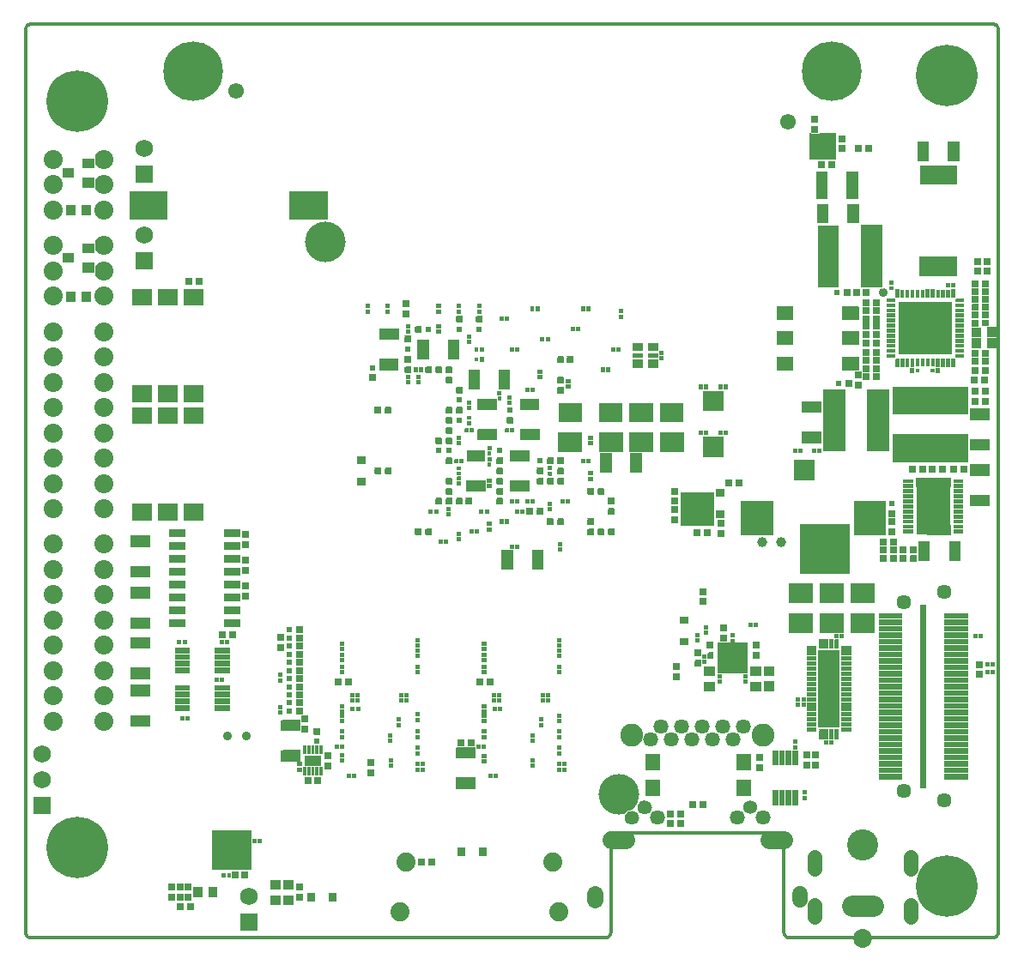
<source format=gbr>
*
%FSLAX26Y26*%
%MOIN*%
%ADD10C,0.051244*%
%ADD11R,0.024000X0.024000*%
%ADD12R,0.021500X0.021500*%
%ADD13R,0.016600X0.016600*%
%ADD14R,0.016550X0.016550*%
%ADD15R,0.044950X0.044950*%
%ADD16R,0.043450X0.043450*%
%ADD17R,0.025200X0.025200*%
%ADD18R,0.023700X0.023700*%
%ADD19R,0.076350X0.076350*%
%ADD20R,0.074850X0.074850*%
%ADD21R,0.015100X0.015100*%
%ADD22R,0.037000X0.037000*%
%ADD23R,0.028500X0.028500*%
%ADD24R,0.035500X0.035500*%
%ADD25R,0.126150X0.126150*%
%ADD26R,0.084350X0.084350*%
%ADD27R,0.082850X0.082850*%
%ADD28R,0.107850X0.107850*%
%ADD29C,0.035500*%
%ADD30R,0.014550X0.014550*%
%ADD31R,0.056700X0.056700*%
%ADD32R,0.015350X0.015350*%
%ADD33R,0.013850X0.013850*%
%ADD34R,0.017300X0.017300*%
%ADD35R,0.029200X0.029200*%
%ADD36R,0.065350X0.065350*%
%ADD37R,0.023200X0.023200*%
%ADD38R,0.037100X0.037100*%
%ADD39R,0.031100X0.031100*%
%ADD40R,0.107950X0.107950*%
%ADD41R,0.052750X0.052750*%
%ADD42C,0.157500*%
%ADD43R,0.067000X0.067000*%
%ADD44R,0.068000X0.068000*%
%ADD45C,0.068000*%
%ADD46R,0.034709X0.034709*%
%ADD47R,0.054700X0.054700*%
%ADD48R,0.043370X0.043370*%
%ADD49R,0.053200X0.053200*%
%ADD50R,0.043350X0.043350*%
%ADD51R,0.062050X0.062050*%
%ADD52R,0.063050X0.063050*%
%ADD53C,0.231350*%
%ADD54C,0.073850*%
%ADD55C,0.121100*%
%ADD56C,0.058100*%
%ADD57C,0.081750*%
%ADD58C,0.239200*%
%ADD59C,0.053400*%
%ADD60C,0.058450*%
%ADD61R,0.034700X0.034700*%
%ADD62R,0.038700X0.038700*%
%ADD63C,0.057400*%
%ADD64C,0.074150*%
%ADD65C,0.062500*%
%ADD66C,0.054250*%
%ADD67C,0.058200*%
%ADD68C,0.070000*%
%ADD69C,0.085750*%
%ADD70C,0.066050*%
%ADD71C,0.045465*%
%ADD72C,0.055307*%
%ADD73C,0.031685*%
%ADD74C,0.001000*%
%ADD75C,0.001300*%
%ADD76R,0.003000X0.003000*%
%ADD77C,0.003000*%
%ADD78R,0.001550X0.001550*%
%ADD79C,0.002600*%
%ADD80C,0.003400*%
%ADD81C,0.002850*%
%ADD82C,0.002100*%
%ADD83R,0.000850X0.000850*%
%ADD84R,0.001050X0.001050*%
%ADD85C,0.001350*%
%ADD86C,0.000850*%
%ADD87R,0.002500X0.002500*%
%ADD88R,0.002700X0.002700*%
%ADD89C,0.003500*%
%ADD90R,0.003200X0.003200*%
%ADD91R,0.003500X0.003500*%
%ADD92R,0.000600X0.000600*%
%ADD93C,0.001100*%
%ADD94C,0.002150*%
%ADD95C,0.001600*%
%ADD96C,0.001200*%
%ADD97C,0.001150*%
%ADD98C,0.000800*%
%ADD99C,0.000700*%
%ADD100R,0.000550X0.000550*%
%ADD101C,0.000600*%
%ADD102C,0.000650*%
%ADD103R,0.000750X0.000750*%
%ADD104C,0.001500*%
%ADD105C,0.000550*%
%ADD106C,0.000950*%
%ADD107R,0.000650X0.000650*%
%ADD108R,0.000700X0.000700*%
%ADD109R,0.000500X0.000500*%
%ADD110C,0.001800*%
%ADD111C,0.057244*%
%ADD112C,0.061181*%
%ADD113C,0.072992*%
%ADD114C,0.088740*%
%ADD115C,0.069055*%
%ADD116C,0.029685*%
%ADD117C,0.057375*%
%ADD118C,0.001750*%
%ADD119C,0.039496*%
%ADD120C,0.015874*%
%ADD121C,0.012000*%
%IPPOS*%
%LNciaa_acc-b.mask.gbr*%
%LPD*%
G75*
G54D10*
X03532400Y-04265600D03*
G54D11*
X04666142Y-04138524D02*
Y-03448524D01*
G54D12*
X04504142Y-03481024D02*
X04573142D01*
X04504142Y-03506024D02*
X04573142D01*
X04504142Y-03531024D02*
X04573142D01*
X04504142Y-03556024D02*
X04573142D01*
X04504142Y-03581024D02*
X04573142D01*
X04504142Y-03606024D02*
X04573142D01*
X04504142Y-03631024D02*
X04573142D01*
X04504142Y-03656024D02*
X04573142D01*
X04504142Y-03681024D02*
X04573142D01*
X04504142Y-03706024D02*
X04573142D01*
X04504142Y-03731024D02*
X04573142D01*
X04504142Y-03756024D02*
X04573142D01*
X04504142Y-03781024D02*
X04573142D01*
X04504142Y-03806024D02*
X04573142D01*
X04504142Y-03831024D02*
X04573142D01*
X04504142Y-03856024D02*
X04573142D01*
X04504142Y-03881024D02*
X04573142D01*
X04504142Y-03906024D02*
X04573142D01*
X04504142Y-03931024D02*
X04573142D01*
X04504142Y-03956024D02*
X04573142D01*
X04504142Y-03981024D02*
X04573142D01*
X04504142Y-04006024D02*
X04573142D01*
X04504142Y-04031024D02*
X04573142D01*
X04504142Y-04056024D02*
X04573142D01*
X04504142Y-04081024D02*
X04573142D01*
X04504142Y-04106024D02*
X04573142D01*
X04759142Y-03481024D02*
X04828142D01*
X04759142Y-03506024D02*
X04828142D01*
X04759142Y-03531024D02*
X04828142D01*
X04759142Y-03556024D02*
X04828142D01*
X04759142Y-03581024D02*
X04828142D01*
X04759142Y-03606024D02*
X04828142D01*
X04759142Y-03631024D02*
X04828142D01*
X04759142Y-03656024D02*
X04828142D01*
X04759142Y-03681024D02*
X04828142D01*
X04759142Y-03706024D02*
X04828142D01*
X04759142Y-03731024D02*
X04828142D01*
X04759142Y-03756024D02*
X04828142D01*
X04759142Y-03781024D02*
X04828142D01*
X04759142Y-03806024D02*
X04828142D01*
X04759142Y-03831024D02*
X04828142D01*
X04759142Y-03856024D02*
X04828142D01*
X04759142Y-03881024D02*
X04828142D01*
X04759142Y-03906024D02*
X04828142D01*
X04759142Y-03931024D02*
X04828142D01*
X04759142Y-03956024D02*
X04828142D01*
X04759142Y-03981024D02*
X04828142D01*
X04759142Y-04006024D02*
X04828142D01*
X04759142Y-04031024D02*
X04828142D01*
X04759142Y-04056024D02*
X04828142D01*
X04759142Y-04081024D02*
X04828142D01*
X04759142Y-04106024D02*
X04828142D01*
G54D13*
X02448419Y-03809646D02*
X02449219D01*
X02448419Y-03788780D02*
X02449219D01*
X02598025Y-04061614D02*
X02598825D01*
X02598025Y-04040748D02*
X02598825D01*
X02434449Y-04102762D02*
Y-04101962D01*
X02455315Y-04102762D02*
Y-04101962D01*
X02594088Y-03967126D02*
X02594888D01*
X02594088Y-03946260D02*
X02594888D01*
X02409049Y-04021063D02*
X02409849D01*
X02409049Y-04041929D02*
X02409849D01*
X02629521Y-03883268D02*
X02630321D01*
X02629521Y-03904134D02*
X02630321D01*
X02409049Y-03587992D02*
X02409849D01*
X02409049Y-03608858D02*
X02409849D01*
X02408071Y-03988589D02*
Y-03987789D01*
X02387205Y-03988589D02*
Y-03987789D01*
X02700387Y-03615551D02*
X02701187D01*
X02700387Y-03636417D02*
X02701187D01*
X02409049Y-03832087D02*
X02409849D01*
G54D14*
X02409049Y-03852953D02*
X02409849D01*
G54D13*
X02409049Y-03951378D02*
X02409849D01*
X02409049Y-03930512D02*
X02409849D01*
X02700387Y-03678543D02*
X02701187D01*
X02700387Y-03699409D02*
X02701187D01*
X02450197Y-03842920D02*
Y-03842120D01*
X02471063Y-03842920D02*
Y-03842120D01*
G54D14*
X02409049Y-03867520D02*
X02409849D01*
G54D13*
X02409049Y-03888386D02*
X02409849D01*
X02657080Y-03788780D02*
X02657880D01*
X02657080Y-03809646D02*
X02657880D01*
X02700387Y-03576181D02*
X02701187D01*
X02700387Y-03597047D02*
X02701187D01*
X02468104Y-03788780D02*
X02468904D01*
X02468104Y-03809646D02*
X02468904D01*
X02700387Y-03930512D02*
X02701187D01*
X02700387Y-03951378D02*
X02701187D01*
X02637395Y-03809646D02*
X02638195D01*
X02637395Y-03788780D02*
X02638195D01*
X02409049Y-03678543D02*
X02409849D01*
X02409049Y-03699409D02*
X02409849D01*
X02700387Y-04014370D02*
X02701187D01*
X02700387Y-03993504D02*
X02701187D01*
X02720072Y-04056496D02*
X02720872D01*
X02720072Y-04077362D02*
X02720872D01*
X02409049Y-03631299D02*
X02409849D01*
X02409049Y-03652165D02*
X02409849D01*
X02700387Y-04077362D02*
X02701187D01*
X02700387Y-04056496D02*
X02701187D01*
G54D15*
X02874014Y-04129921D02*
X02905514D01*
X02874014Y-04011811D02*
X02905514D01*
G54D13*
X02999600Y-03809646D02*
X03000400D01*
X02999600Y-03788780D02*
X03000400D01*
X03149206Y-04061614D02*
X03150006D01*
X03149206Y-04040748D02*
X03150006D01*
X02985630Y-04102762D02*
Y-04101962D01*
X03006496Y-04102762D02*
Y-04101962D01*
X03149206Y-03967126D02*
X03150006D01*
X03149206Y-03946260D02*
X03150006D01*
X02960230Y-04025000D02*
X02961030D01*
X02960230Y-04045866D02*
X02961030D01*
X03180702Y-03883268D02*
X03181502D01*
X03180702Y-03904134D02*
X03181502D01*
X02960230Y-03587992D02*
X02961030D01*
X02960230Y-03608858D02*
X02961030D01*
X02959252Y-03988589D02*
Y-03987789D01*
X02938386Y-03988589D02*
Y-03987789D01*
X03251569Y-03615551D02*
X03252369D01*
X03251569Y-03636417D02*
X03252369D01*
X02960230Y-03832087D02*
X02961030D01*
G54D14*
X02960230Y-03852953D02*
X02961030D01*
G54D13*
X02960230Y-03951378D02*
X02961030D01*
X02960230Y-03930512D02*
X02961030D01*
X03251569Y-03678543D02*
X03252369D01*
X03251569Y-03699409D02*
X03252369D01*
X03001378Y-03842920D02*
Y-03842120D01*
X03022244Y-03842920D02*
Y-03842120D01*
G54D14*
X02960230Y-03867520D02*
X02961030D01*
G54D13*
X02960230Y-03888386D02*
X02961030D01*
X03208261Y-03788780D02*
X03209061D01*
X03208261Y-03809646D02*
X03209061D01*
X03251569Y-03576181D02*
X03252369D01*
X03251569Y-03597047D02*
X03252369D01*
X03019285Y-03788780D02*
X03020085D01*
X03019285Y-03809646D02*
X03020085D01*
X03251569Y-03930512D02*
X03252369D01*
X03251569Y-03951378D02*
X03252369D01*
X03188576Y-03809646D02*
X03189376D01*
X03188576Y-03788780D02*
X03189376D01*
X02960230Y-03678543D02*
X02961030D01*
X02960230Y-03699409D02*
X02961030D01*
X03251569Y-04014370D02*
X03252369D01*
X03251569Y-03993504D02*
X03252369D01*
X03271254Y-04056496D02*
X03272054D01*
X03271254Y-04077362D02*
X03272054D01*
X02960230Y-03631299D02*
X02961030D01*
X02960230Y-03652165D02*
X02961030D01*
X03251569Y-04077362D02*
X03252369D01*
X03251569Y-04056496D02*
X03252369D01*
G54D15*
X02192911Y-04023622D02*
X02224411D01*
X02192911Y-03905512D02*
X02224411D01*
G54D13*
X02168891Y-03730906D02*
X02169691D01*
X02168891Y-03710039D02*
X02169691D01*
X02168891Y-03836024D02*
X02169691D01*
X02168891Y-03856890D02*
X02169691D01*
X02700387Y-03884449D02*
X02701187D01*
X02700387Y-03863583D02*
X02701187D01*
X03251569Y-03888386D02*
X03252369D01*
X03251569Y-03867520D02*
X03252369D01*
G54D15*
X04870077Y-02913386D02*
X04901577D01*
G54D16*
X04870077Y-03031496D02*
X04901577D01*
G54D15*
X04669291Y-03244096D02*
Y-03212596D01*
G54D16*
X04787402Y-03244096D02*
Y-03212596D01*
G54D13*
X02243694Y-04077362D02*
X02244494D01*
X02243694Y-04056496D02*
X02244494D01*
G54D17*
X02354331Y-04023622D03*
Y-04062992D03*
G54D18*
X04545000Y-03043307D03*
G54D17*
Y-03082677D03*
X04551181Y-03224409D03*
X04511811D03*
X04586614D03*
X04625984D03*
G54D19*
X04181525Y-03507480D02*
X04198475D01*
G54D20*
X04181525Y-03392520D02*
X04198475D01*
G54D19*
X04421525Y-03507480D02*
X04438475D01*
G54D20*
X04421525Y-03392520D02*
X04438475D01*
G54D19*
X04301525Y-03507480D02*
X04318475D01*
G54D20*
X04301525Y-03392520D02*
X04318475D01*
G54D15*
X04870077Y-02814961D02*
X04901577D01*
X04870077Y-02696850D02*
X04901577D01*
X04216533Y-02787402D02*
X04248033D01*
X04216533Y-02669291D02*
X04248033D01*
X04393701Y-01933073D02*
Y-01901573D01*
X04275591Y-01933073D02*
Y-01901573D01*
X04665354Y-01692915D02*
Y-01661415D01*
X04783465Y-01692915D02*
Y-01661415D01*
G54D17*
X04484252Y-02326772D03*
X04444882D03*
X04905512Y-02460630D03*
X04866142D03*
X04444882Y-02263780D03*
X04484252D03*
X04904685Y-02562992D03*
X04865315D03*
X04444882Y-02354331D03*
X04484252D03*
X04905512Y-02492126D03*
X04866142D03*
G54D13*
X04542907Y-02207283D02*
X04543707D01*
G54D21*
X04542907Y-02186417D02*
X04543707D01*
G54D13*
X04723031Y-02527959D02*
Y-02527159D01*
G54D21*
X04702165Y-02527959D02*
Y-02527159D01*
G54D17*
X04905512Y-02279528D03*
X04866142D03*
X04444882Y-02456693D03*
X04484252D03*
G54D22*
X04931102Y-02379928D02*
Y-02375978D01*
X04872047Y-02379928D02*
Y-02375978D01*
G54D17*
X04905512Y-02188976D03*
X04866142D03*
X04484252Y-02551181D03*
X04444882D03*
G54D22*
X04931102Y-02423235D02*
Y-02419285D01*
X04872047Y-02423235D02*
Y-02419285D01*
G54D17*
X04905512Y-02251969D03*
X04866142D03*
X04484252Y-02488189D03*
X04444882D03*
G54D13*
X04782087Y-02197250D02*
Y-02196450D01*
G54D21*
X04761220Y-02197250D02*
Y-02196450D01*
G54D13*
X04623425Y-02527959D02*
Y-02527159D01*
G54D21*
X04644291Y-02527959D02*
Y-02527159D01*
G54D13*
X04179567Y-03825400D02*
Y-03824600D01*
X04200433Y-03825400D02*
Y-03824600D01*
X04179567Y-03805400D02*
Y-03804600D01*
X04200433Y-03805400D02*
Y-03804600D01*
X04349016Y-03559455D02*
Y-03558655D01*
X04328150Y-03559455D02*
Y-03558655D01*
X04288780Y-03972841D02*
Y-03972041D01*
X04309646Y-03972841D02*
Y-03972041D01*
G54D17*
X02031496Y-04488189D03*
X01992126D03*
X01818898Y-04610236D03*
X01779528D03*
G54D13*
X04262402Y-02838983D02*
Y-02838183D01*
X04241535Y-02838983D02*
Y-02838183D01*
X04167116Y-02838983D02*
Y-02838183D01*
X04187983Y-02838983D02*
Y-02838183D01*
X03821457Y-02768117D02*
Y-02767317D01*
X03800591Y-02768117D02*
Y-02767317D01*
X03879331Y-02768117D02*
Y-02767317D01*
X03900197Y-02768117D02*
Y-02767317D01*
X03821457Y-02590951D02*
Y-02590151D01*
X03800591Y-02590951D02*
Y-02590151D01*
X03879331Y-02590951D02*
Y-02590151D01*
X03900197Y-02590951D02*
Y-02590151D01*
G54D17*
X02035000Y-03165315D03*
Y-03204685D03*
Y-03265315D03*
Y-03304685D03*
Y-03365315D03*
Y-03404685D03*
X01944882Y-03555118D03*
X01984252D03*
G54D13*
X01922638Y-03728746D02*
Y-03727946D01*
X01943504Y-03728746D02*
Y-03727946D01*
X01788780Y-03878353D02*
Y-03877553D01*
X01809646Y-03878353D02*
Y-03877553D01*
X01963189Y-03583077D02*
Y-03582277D01*
X01942323Y-03583077D02*
Y-03582277D01*
X01776969Y-03583077D02*
Y-03582277D01*
X01797835Y-03583077D02*
Y-03582277D01*
G54D15*
X03122045Y-02775591D02*
X03153545D01*
G54D16*
X03122045Y-02657480D02*
X03153545D01*
G54D19*
X03286801Y-02805512D02*
X03303751D01*
G54D20*
X03286801Y-02690551D02*
X03303751D01*
G54D15*
X02956691Y-02775591D02*
X02988191D01*
G54D16*
X02956691Y-02657480D02*
X02988191D01*
G54D19*
X03680501Y-02805512D02*
X03697451D01*
G54D20*
X03680501Y-02690551D02*
X03697451D01*
G54D15*
X02574801Y-02385827D02*
X02606301D01*
G54D16*
X02574801Y-02503937D02*
X02606301D01*
G54D19*
X03444281Y-02805512D02*
X03461231D01*
G54D20*
X03444281Y-02690551D02*
X03461231D01*
G54D19*
X03562391Y-02805512D02*
X03579341D01*
G54D20*
X03562391Y-02690551D02*
X03579341D01*
G54D15*
X03082675Y-02858268D02*
X03114175D01*
X03082675Y-02976378D02*
X03114175D01*
X02917309Y-02858268D02*
X02940959D01*
X02913384Y-02976378D02*
X02944884D01*
X02921260Y-02578742D02*
Y-02547242D01*
X03039370Y-02578742D02*
Y-02547242D01*
X03169291Y-03279530D02*
Y-03248030D01*
X03051181Y-03279530D02*
Y-03248030D01*
X03433071Y-02901577D02*
Y-02870077D01*
X03551181Y-02901577D02*
Y-02870077D01*
G54D13*
X03148228Y-03035833D02*
Y-03035033D01*
X03127362Y-03035833D02*
Y-03035033D01*
X03087992Y-03075203D02*
Y-03074403D01*
X03108858Y-03075203D02*
Y-03074403D01*
G54D15*
X02724409Y-02460632D02*
Y-02429132D01*
X02842520Y-02460632D02*
Y-02429132D01*
G54D17*
X03787402Y-03157480D03*
X03826772D03*
X03700787Y-03106299D03*
Y-03066929D03*
X03881890Y-03122047D03*
Y-03161417D03*
X03700787Y-02996063D03*
Y-03035433D03*
G54D13*
X03216135Y-02927756D02*
X03216935D01*
X03216135Y-02906890D02*
X03216935D01*
G54D22*
X02198812Y-04584646D02*
X02202762D01*
X02198812Y-04525591D02*
X02202762D01*
G54D13*
X03822435Y-03525000D02*
X03823235D01*
X03822435Y-03545866D02*
X03823235D01*
X03789600Y-03575433D02*
X03790400D01*
X03789600Y-03554567D02*
X03790400D01*
X04015433Y-03515400D02*
Y-03514600D01*
X03994567Y-03515400D02*
Y-03514600D01*
X03924797Y-03556496D02*
X03925597D01*
G54D14*
X03924797Y-03577362D02*
X03925597D01*
G54D17*
X04244094Y-01590551D03*
Y-01551181D03*
G54D13*
X03874600Y-03735433D02*
X03875400D01*
X03874600Y-03714567D02*
X03875400D01*
X03974600Y-03735433D02*
X03975400D01*
X03974600Y-03714567D02*
X03975400D01*
G54D17*
X04350394Y-01625984D03*
Y-01665354D03*
G54D13*
X04168891Y-03990748D02*
X04169691D01*
X04168891Y-03969882D02*
X04169691D01*
X04204324Y-04187598D02*
X04205124D01*
X04204324Y-04166732D02*
X04205124D01*
X03814561Y-03660039D02*
X03815361D01*
X03814561Y-03639173D02*
X03815361D01*
G54D23*
X02954921Y-04399638D02*
Y-04395638D01*
X02871850Y-04399638D02*
Y-04395638D01*
X02482252Y-02958858D02*
X02486252D01*
X02482252Y-02875787D02*
X02486252D01*
X03875953Y-03084843D02*
X03879953D01*
X03875953Y-03001772D02*
X03879953D01*
X02372244Y-04576803D02*
Y-04572803D01*
X02289173Y-04576803D02*
Y-04572803D01*
X03734220Y-03580906D02*
X03738220D01*
X03734220Y-03497835D02*
X03738220D01*
G54D22*
X01848425Y-04557093D02*
Y-04553143D01*
G54D24*
X01907480Y-04557093D02*
Y-04553143D01*
G54D22*
X01414528Y-01906975D02*
Y-01903025D01*
X01355472Y-01906975D02*
Y-01903025D01*
X01414528Y-02241975D02*
Y-02238025D01*
X01355472Y-02241975D02*
Y-02238025D01*
X02147631Y-04525591D02*
X02151581D01*
G54D24*
X02147631Y-04584646D02*
X02151581D01*
G54D22*
X04064954Y-03694882D02*
X04068904D01*
X04064954Y-03753937D02*
X04068904D01*
X04013025Y-03695472D02*
X04016975D01*
X04013025Y-03754528D02*
X04016975D01*
X03833025D02*
X03836975D01*
X03833025Y-03695472D02*
X03836975D01*
G54D25*
X04458504Y-03103925D02*
Y-03096075D01*
X04021496Y-03103925D02*
Y-03096075D01*
G54D26*
X04466535Y-02161402D02*
Y-02003952D01*
G54D27*
X04297244Y-02161402D02*
Y-02003952D01*
G54D28*
X04600388Y-02643701D02*
X04785438D01*
X04600388Y-02828740D02*
X04785438D01*
G54D19*
X04689550Y-02122165D02*
X04760450D01*
G54D20*
X04689550Y-01767835D02*
X04760450D01*
G54D26*
X04490157Y-02799197D02*
Y-02641748D01*
X04320866Y-02799197D02*
Y-02641748D01*
G54D17*
X02862205Y-03035433D03*
X02901575D03*
X02783465D03*
X02822835D03*
G54D18*
X02204724Y-03598425D03*
G54D17*
X02244094D03*
G54D18*
X02204724Y-03724409D03*
G54D17*
X02244094D03*
G54D18*
X02204724Y-03661417D03*
G54D17*
X02244094D03*
G54D18*
X02204724Y-03566929D03*
G54D17*
X02244094D03*
G54D18*
X02204724Y-03629921D03*
G54D17*
X02244094D03*
G54D18*
X02204724Y-03787402D03*
G54D17*
X02244094D03*
G54D18*
X02204724Y-03535433D03*
G54D17*
X02244094D03*
G54D18*
X02204724Y-03692913D03*
G54D17*
X02244094D03*
G54D18*
X02204724Y-03818898D03*
G54D17*
X02244094D03*
G54D18*
X02204724Y-03850394D03*
G54D17*
X02244094D03*
G54D18*
X02204724Y-03755906D03*
G54D17*
X02244094D03*
X02263780Y-03881890D03*
Y-03921260D03*
X02984252Y-03736220D03*
X02944882D03*
X02433071D03*
X02393701D03*
X02314961Y-04122047D03*
X02275591D03*
X04822835Y-02909449D03*
X04783465D03*
X04700787D03*
X04740157D03*
X04664685Y-02910000D03*
X04625315D03*
X04545000Y-03153543D03*
Y-03114173D03*
X04511811Y-03192913D03*
X04551181D03*
X04031496Y-04031496D03*
Y-04070866D03*
X04551181Y-03255906D03*
X04511811D03*
X04625984D03*
X04586614D03*
X03771654Y-04212598D03*
X03811024D03*
X04444882Y-02295000D03*
X04484252D03*
X04905512Y-02527559D03*
X04866142D03*
G54D18*
X04330709Y-02224409D03*
G54D17*
X04370079D03*
X04405512D03*
X04444882D03*
X04866142Y-02645669D03*
Y-02606299D03*
X04905512D03*
Y-02645669D03*
Y-02220472D03*
X04866142D03*
X04444882Y-02519685D03*
X04484252D03*
X04866142Y-02311024D03*
X04905512D03*
X04484252Y-02385827D03*
X04444882D03*
Y-02421260D03*
X04484252D03*
X04877953Y-02102362D03*
Y-02141732D03*
X04913386D03*
Y-02102362D03*
G54D18*
X04338583Y-02578740D03*
G54D17*
X04377953D03*
X04413386Y-02543307D03*
Y-02582677D03*
X04885000Y-03669291D03*
Y-03708661D03*
X02755906Y-04437008D03*
X02716535D03*
X02586614Y-02917323D03*
X02547244D03*
X02822835Y-02562992D03*
Y-02523622D03*
X01779528Y-04535433D03*
Y-04574803D03*
X01811024D03*
Y-04535433D03*
G54D15*
X01609250Y-03309055D02*
X01640750D01*
X01609250Y-03190945D02*
X01640750D01*
X01609250Y-03509055D02*
X01640750D01*
X01609250Y-03390945D02*
X01640750D01*
X01609250Y-03704055D02*
X01640750D01*
X01609250Y-03585945D02*
X01640750D01*
X01609250Y-03889055D02*
X01640750D01*
X01609250Y-03770945D02*
X01640750D01*
G54D17*
X02665354Y-02484252D03*
Y-02523622D03*
X01854331Y-02181102D03*
X01814961D03*
X03811024Y-03385827D03*
Y-03425197D03*
X03452756Y-03074803D03*
Y-03035433D03*
X03948819Y-02964567D03*
X03909449D03*
X03255906Y-02877953D03*
Y-02917323D03*
X03216535Y-02956693D03*
X03255906D03*
X03790000Y-03625315D03*
Y-03664685D03*
X04248031Y-04059055D03*
Y-04019685D03*
X04212598Y-04059055D03*
Y-04019685D03*
X04413386Y-01665354D03*
X04452756D03*
X03724409Y-04287402D03*
X03685039D03*
X03724409Y-04251969D03*
X03685039D03*
X03255906Y-02602362D03*
Y-02562992D03*
X03295276Y-02484252D03*
X03255906D03*
G54D15*
X04389764Y-01838587D02*
Y-01775587D01*
X04271654Y-01838587D02*
Y-01775587D01*
G54D29*
X02035433Y-03948819D03*
X04511811Y-02224409D03*
X01964567Y-03948819D03*
G54D30*
X02263780Y-04093896D02*
Y-04075396D01*
X02279528Y-04093896D02*
Y-04075396D01*
X02295276Y-04093896D02*
Y-04075396D01*
X02311024Y-04093896D02*
Y-04075396D01*
X02326772Y-04093896D02*
Y-04075396D01*
X02263780Y-04011219D02*
Y-03992719D01*
X02279528Y-04011219D02*
Y-03992719D01*
X02295276Y-04011219D02*
Y-03992719D01*
X02311024Y-04011219D02*
Y-03992719D01*
X02326772Y-04011219D02*
Y-03992719D01*
G54D21*
X04790940Y-03055000D02*
X04813390D01*
G54D13*
X04790940Y-03074685D02*
X04813390D01*
X04790940Y-03094370D02*
X04813390D01*
X04790940Y-03114055D02*
X04813390D01*
X04790940Y-03133740D02*
X04813390D01*
X04790940Y-03153425D02*
X04813390D01*
G54D21*
X04790940Y-03035315D02*
X04813390D01*
X04790940Y-03015630D02*
X04813390D01*
X04790940Y-02995945D02*
X04813390D01*
X04790940Y-02976260D02*
X04813390D01*
X04790940Y-02956575D02*
X04813390D01*
G54D13*
X04596058Y-03153425D02*
X04618508D01*
X04596058Y-03133740D02*
X04618508D01*
X04596058Y-03114055D02*
X04618508D01*
X04596058Y-03094370D02*
X04618508D01*
X04596058Y-03074685D02*
X04618508D01*
G54D21*
X04596058Y-03055000D02*
X04618508D01*
X04596058Y-03035315D02*
X04618508D01*
X04596058Y-03015630D02*
X04618508D01*
X04596058Y-02995945D02*
X04618508D01*
X04596058Y-02976260D02*
X04618508D01*
X04596058Y-02956575D02*
X04618508D01*
G54D31*
X03614173Y-04052350D02*
Y-04044500D01*
Y-04152350D02*
Y-04144500D01*
X03968504Y-04052350D02*
Y-04044500D01*
Y-04152350D02*
Y-04144500D01*
G54D32*
X04564961Y-02237196D02*
Y-02219496D01*
G54D33*
X04584646Y-02237196D02*
Y-02219496D01*
X04604331Y-02237196D02*
Y-02219496D01*
X04624016Y-02237196D02*
Y-02219496D01*
X04643701Y-02237196D02*
Y-02219496D01*
X04663386Y-02237196D02*
Y-02219496D01*
G54D32*
X04683071Y-02237196D02*
Y-02219496D01*
X04702756Y-02237196D02*
Y-02219496D01*
G54D33*
X04722441Y-02237196D02*
Y-02219496D01*
X04742126Y-02237196D02*
Y-02219496D01*
X04761811Y-02237196D02*
Y-02219496D01*
G54D32*
X04781496Y-02237196D02*
Y-02219496D01*
X04798237Y-02253937D02*
X04815937D01*
X04798237Y-02273622D02*
X04815937D01*
X04798237Y-02293307D02*
X04815937D01*
X04798237Y-02312992D02*
X04815937D01*
X04798237Y-02332677D02*
X04815937D01*
X04798237Y-02352362D02*
X04815937D01*
X04798237Y-02372047D02*
X04815937D01*
X04798237Y-02391732D02*
X04815937D01*
X04798237Y-02411417D02*
X04815937D01*
X04798237Y-02431102D02*
X04815937D01*
X04798237Y-02450787D02*
X04815937D01*
X04798237Y-02470472D02*
X04815937D01*
X04781496Y-02504913D02*
Y-02487213D01*
X04761811Y-02504913D02*
Y-02487213D01*
X04742126Y-02504913D02*
Y-02487213D01*
X04722441Y-02504913D02*
Y-02487213D01*
G54D33*
X04702756Y-02504913D02*
Y-02487213D01*
X04683071Y-02504913D02*
Y-02487213D01*
X04663386Y-02504913D02*
Y-02487213D01*
X04643701Y-02504913D02*
Y-02487213D01*
G54D32*
X04624016Y-02504913D02*
Y-02487213D01*
X04604331Y-02504913D02*
Y-02487213D01*
X04584646Y-02504913D02*
Y-02487213D01*
X04564961Y-02504913D02*
Y-02487213D01*
X04530520Y-02470472D02*
X04548220D01*
X04530520Y-02450787D02*
X04548220D01*
X04530520Y-02431102D02*
X04548220D01*
X04530520Y-02411417D02*
X04548220D01*
X04530520Y-02391732D02*
X04548220D01*
X04530520Y-02372047D02*
X04548220D01*
X04530520Y-02352362D02*
X04548220D01*
X04530520Y-02332677D02*
X04548220D01*
X04530520Y-02312992D02*
X04548220D01*
X04530520Y-02293307D02*
X04548220D01*
X04530520Y-02273622D02*
X04548220D01*
X04530520Y-02253937D02*
X04548220D01*
G54D34*
X04357088Y-03765000D02*
X04378738D01*
X04357088Y-03784685D02*
X04378738D01*
X04357088Y-03804370D02*
X04378738D01*
X04357088Y-03824055D02*
X04378738D01*
X04357088Y-03843740D02*
X04378738D01*
X04357088Y-03863425D02*
X04378738D01*
X04357088Y-03883110D02*
X04378738D01*
X04357088Y-03902795D02*
X04378738D01*
X04357088Y-03922480D02*
X04378738D01*
X04357088Y-03745315D02*
X04378738D01*
X04357088Y-03725630D02*
X04378738D01*
X04357088Y-03705945D02*
X04378738D01*
X04357088Y-03686260D02*
X04378738D01*
X04357088Y-03666575D02*
X04378738D01*
X04357088Y-03646890D02*
X04378738D01*
X04357088Y-03627205D02*
X04378738D01*
X04357088Y-03607520D02*
X04378738D01*
X04221262Y-03765000D02*
X04242912D01*
X04221262Y-03745315D02*
X04242912D01*
X04221262Y-03725630D02*
X04242912D01*
X04221262Y-03705945D02*
X04242912D01*
X04221262Y-03686260D02*
X04242912D01*
X04221262Y-03666575D02*
X04242912D01*
X04221262Y-03646890D02*
X04242912D01*
X04221262Y-03627205D02*
X04242912D01*
X04221262Y-03607520D02*
X04242912D01*
X04221262Y-03784685D02*
X04242912D01*
X04221262Y-03804370D02*
X04242912D01*
X04221262Y-03824055D02*
X04242912D01*
X04221262Y-03843740D02*
X04242912D01*
X04221262Y-03863425D02*
X04242912D01*
X04221262Y-03883110D02*
X04242912D01*
X04221262Y-03902795D02*
X04242912D01*
X04221262Y-03922480D02*
X04242912D01*
X04329528Y-03952006D02*
Y-03930356D01*
X04309843Y-03952006D02*
Y-03930356D01*
X04290157Y-03952006D02*
Y-03930356D01*
X04270472Y-03952006D02*
Y-03930356D01*
X04329528Y-03599644D02*
Y-03577994D01*
X04309843Y-03599644D02*
Y-03577994D01*
X04290157Y-03599644D02*
Y-03577994D01*
X04270472Y-03599644D02*
Y-03577994D01*
G54D35*
X01750976Y-03510000D02*
X01786426D01*
X01750976Y-03460000D02*
X01786426D01*
X01750976Y-03410000D02*
X01786426D01*
X01750976Y-03360000D02*
X01786426D01*
X01750976Y-03310000D02*
X01786426D01*
X01750976Y-03260000D02*
X01786426D01*
X01750976Y-03210000D02*
X01786426D01*
X01750976Y-03160000D02*
X01786426D01*
X01963574D02*
X01999024D01*
X01963574Y-03210000D02*
X01999024D01*
X01963574Y-03260000D02*
X01999024D01*
X01963574Y-03310000D02*
X01999024D01*
X01963574Y-03360000D02*
X01999024D01*
X01963574Y-03410000D02*
X01999024D01*
X01963574Y-03460000D02*
X01999024D01*
X01963574Y-03510000D02*
X01999024D01*
G54D36*
X01627158Y-02241654D02*
X01637409D01*
X01627158Y-02616614D02*
X01637409D01*
X01727158D02*
X01737409D01*
X01827158D02*
X01837409D01*
X01827158Y-02241654D02*
X01837409D01*
X01727158D02*
X01737409D01*
X01627158Y-02702283D02*
X01637409D01*
X01627158Y-03077244D02*
X01637409D01*
X01727158D02*
X01737409D01*
X01827158D02*
X01837409D01*
X01827158Y-02702283D02*
X01837409D01*
X01727158D02*
X01737409D01*
G54D37*
X01926173Y-03837598D02*
X01961623D01*
X01926173Y-03812008D02*
X01961623D01*
X01926173Y-03786417D02*
X01961623D01*
X01926173Y-03760827D02*
X01961623D01*
X01770661Y-03837598D02*
X01806111D01*
X01770661Y-03812008D02*
X01806111D01*
X01770661Y-03786417D02*
X01806111D01*
X01770661Y-03760827D02*
X01806111D01*
X01770661Y-03615157D02*
X01806111D01*
X01770661Y-03640748D02*
X01806111D01*
X01770661Y-03666339D02*
X01806111D01*
X01770661Y-03691929D02*
X01806111D01*
X01926173Y-03615157D02*
X01961623D01*
X01926173Y-03640748D02*
X01961623D01*
X01926173Y-03666339D02*
X01961623D01*
X01926173Y-03691929D02*
X01961623D01*
G54D38*
X01420445Y-01722598D02*
X01428295D01*
X01341705Y-01760000D02*
X01349555D01*
X01420445Y-01797402D02*
X01428295D01*
X01420445Y-02052598D02*
X01428295D01*
X01341705Y-02090000D02*
X01349555D01*
X01420445Y-02127402D02*
X01428295D01*
G54D37*
X04168307Y-04050205D02*
Y-04014755D01*
X04142717Y-04050205D02*
Y-04014755D01*
X04117126Y-04050205D02*
Y-04014755D01*
X04091535Y-04050205D02*
Y-04014755D01*
X04168307Y-04205717D02*
Y-04170267D01*
X04142717Y-04205717D02*
Y-04170267D01*
X04117126Y-04205717D02*
Y-04170267D01*
X04091535Y-04205717D02*
Y-04170267D01*
G54D39*
X03552177Y-02436024D02*
X03560027D01*
X03552177Y-02500984D02*
X03560027D01*
X03613201Y-02436024D02*
X03621051D01*
X03613201Y-02500984D02*
X03621051D01*
G54D32*
X03544302Y-02468504D02*
X03567902D01*
X03605326D02*
X03628926D01*
G54D13*
X04914567Y-03700400D02*
Y-03699600D01*
X04935433Y-03700400D02*
Y-03699600D01*
X04914567Y-03670400D02*
Y-03669600D01*
X04935433Y-03670400D02*
Y-03669600D01*
X04867520Y-03559455D02*
Y-03558655D01*
X04888386Y-03559455D02*
Y-03558655D01*
X02822435Y-03064370D02*
X02823235D01*
X02822435Y-03085236D02*
X02823235D01*
X02971063Y-03075203D02*
Y-03074403D01*
X02950197Y-03075203D02*
Y-03074403D01*
X02792717Y-03193313D02*
Y-03192513D01*
X02813583Y-03193313D02*
Y-03192513D01*
X02861805Y-03162795D02*
X02862605D01*
X02861805Y-03183661D02*
X02862605D01*
X02979915Y-03123425D02*
X02980715D01*
X02979915Y-03144291D02*
X02980715D01*
X03216135Y-03044685D02*
X03216935D01*
X03216135Y-03065551D02*
X03216935D01*
X02910827Y-03153943D02*
Y-03153143D01*
X02931693Y-03153943D02*
Y-03153143D01*
X02753346Y-03075203D02*
Y-03074403D01*
X02774213Y-03075203D02*
Y-03074403D01*
X02901175Y-02415945D02*
X02901975D01*
G54D21*
X02901175Y-02395079D02*
X02901975D01*
G54D13*
X02861805Y-02788780D02*
X02862605D01*
G54D21*
X02861805Y-02809646D02*
X02862605D01*
G54D13*
X02901175Y-02650984D02*
X02901975D01*
G54D21*
X02901175Y-02671850D02*
X02901975D01*
G54D13*
X03058655Y-02631299D02*
X03059455D01*
G54D21*
X03058655Y-02652165D02*
X03059455D01*
G54D13*
X02861805Y-02927756D02*
X02862605D01*
G54D21*
X02861805Y-02906890D02*
X02862605D01*
G54D13*
X02901175Y-02730906D02*
X02901975D01*
G54D21*
X02901175Y-02710039D02*
X02901975D01*
G54D13*
X03127362Y-02602762D02*
Y-02601962D01*
G54D21*
X03148228Y-02602762D02*
Y-02601962D01*
G54D13*
X02704324Y-02573425D02*
X02705124D01*
G54D21*
X02704324Y-02552559D02*
X02705124D01*
G54D13*
X03019285Y-02615551D02*
X03020085D01*
G54D21*
X03019285Y-02636417D02*
X03020085D01*
G54D13*
X02979915Y-02975000D02*
X02980715D01*
X02979915Y-02954134D02*
X02980715D01*
X02979915Y-02871457D02*
X02980715D01*
G54D21*
X02979915Y-02892323D02*
X02980715D01*
G54D13*
X02951378Y-02445282D02*
Y-02444482D01*
G54D21*
X02930512Y-02445282D02*
Y-02444482D01*
G54D13*
X02861805Y-02946260D02*
X02862605D01*
X02861805Y-02967126D02*
X02862605D01*
X02851772Y-02878353D02*
Y-02877553D01*
G54D21*
X02872638Y-02878353D02*
Y-02877553D01*
G54D13*
X02891142Y-02760243D02*
Y-02759443D01*
G54D21*
X02912008Y-02760243D02*
Y-02759443D01*
G54D13*
X03048622Y-02760243D02*
Y-02759443D01*
X03069488Y-02760243D02*
Y-02759443D01*
X02664954Y-02573425D02*
X02665754D01*
G54D21*
X02664954Y-02552559D02*
X02665754D01*
G54D13*
X03343898Y-02878353D02*
Y-02877553D01*
X03364764Y-02878353D02*
Y-02877553D01*
X02979915Y-02828150D02*
X02980715D01*
G54D21*
X02979915Y-02849016D02*
X02980715D01*
G54D13*
X02951378Y-02484652D02*
Y-02483852D01*
G54D21*
X02930512Y-02484652D02*
Y-02483852D01*
G54D13*
X03068307Y-03212998D02*
Y-03212198D01*
X03089173Y-03212998D02*
Y-03212198D01*
X03255506Y-03223031D02*
X03256306D01*
X03255506Y-03202165D02*
X03256306D01*
X03089173Y-03035833D02*
Y-03035033D01*
X03068307Y-03035833D02*
Y-03035033D01*
X03028937Y-03114573D02*
Y-03113773D01*
X03049803Y-03114573D02*
Y-03113773D01*
X03265157Y-03035833D02*
Y-03035033D01*
X03286024Y-03035833D02*
Y-03035033D01*
X03373616Y-02947441D02*
X03374416D01*
X03373616Y-02926575D02*
X03374416D01*
X03649206Y-02478937D02*
X03650006D01*
X03649206Y-02458071D02*
X03650006D01*
G54D17*
X02519685Y-04090551D03*
Y-04051181D03*
X02870079Y-03972441D03*
X02909449D03*
X02169291Y-03562992D03*
Y-03602362D03*
X02311024Y-03929134D03*
G54D18*
Y-03968504D03*
G54D17*
X04905512Y-02342520D03*
X04866142D03*
X03177165Y-02956693D03*
Y-02917323D03*
X03059055Y-02720472D03*
G54D18*
Y-02681102D03*
G54D17*
X02665354Y-02405512D03*
G54D18*
Y-02444882D03*
G54D17*
X02783465Y-02799213D03*
G54D18*
Y-02838583D03*
G54D17*
X03216535Y-02877953D03*
G54D18*
X03177165D03*
G54D17*
X02822835D03*
G54D18*
Y-02838583D03*
G54D17*
X02862205Y-02602362D03*
G54D18*
Y-02641732D03*
G54D17*
X03019685Y-03035433D03*
Y-02996063D03*
X02862205Y-02681102D03*
G54D18*
Y-02720472D03*
G54D17*
X03019685Y-02877953D03*
G54D18*
Y-02838583D03*
G54D17*
X02822835Y-02996063D03*
Y-02956693D03*
X02862205Y-02326772D03*
G54D18*
Y-02366142D03*
G54D17*
X02527559Y-02555118D03*
G54D18*
Y-02515748D03*
G54D17*
X02940945Y-02326772D03*
G54D18*
Y-02366142D03*
G54D17*
X02657480Y-02267717D03*
Y-02307087D03*
X02704724Y-02366142D03*
G54D18*
X02744094D03*
G54D17*
Y-02523622D03*
X02783465D03*
X02822835Y-02720472D03*
Y-02681102D03*
Y-02799213D03*
Y-02759843D03*
X03137795Y-03074803D03*
X03177165D03*
X03255906Y-03114173D03*
X03216535D03*
X02586614Y-02681102D03*
X02547244D03*
X02744094Y-03153543D03*
X02704724D03*
X03413386D03*
X03452756D03*
X03374016Y-03114173D03*
Y-03153543D03*
Y-02996063D03*
X03413386D03*
X03708661Y-03677165D03*
Y-03716535D03*
X03889764Y-03527559D03*
Y-03566929D03*
X04015748Y-03633858D03*
Y-03594488D03*
X04271654Y-01728346D03*
X04311024D03*
X03838583Y-03633858D03*
Y-03594488D03*
X01748031Y-04535433D03*
Y-04574803D03*
X03019685Y-02917323D03*
Y-02956693D03*
X02244094Y-04535433D03*
Y-04574803D03*
G54D13*
X02783065Y-02355709D02*
X02783865D01*
X02783065Y-02376575D02*
X02783865D01*
X02715157Y-02524022D02*
Y-02523222D01*
X02694291Y-02524022D02*
Y-02523222D01*
X02783065Y-02276969D02*
X02783865D01*
X02783065Y-02297835D02*
X02783865D01*
X02664954Y-02355709D02*
X02665754D01*
X02664954Y-02376575D02*
X02665754D01*
X02861805Y-02276969D02*
X02862605D01*
X02861805Y-02297835D02*
X02862605D01*
X02586214Y-02276969D02*
X02587014D01*
X02586214Y-02297835D02*
X02587014D01*
X02940545Y-02276969D02*
X02941345D01*
X02940545Y-02297835D02*
X02941345D01*
X02507474Y-02276969D02*
X02508274D01*
X02507474Y-02297835D02*
X02508274D01*
X03364764Y-02287802D02*
Y-02287002D01*
X03343898Y-02287802D02*
Y-02287002D01*
X03147047Y-02287802D02*
Y-02287002D01*
X03167913Y-02287802D02*
Y-02287002D01*
X03304528Y-02366542D02*
Y-02365742D01*
X03325394Y-02366542D02*
Y-02365742D01*
X03028937Y-02327172D02*
Y-02326372D01*
X03049803Y-02327172D02*
Y-02326372D01*
X03491726Y-02296654D02*
X03492526D01*
X03491726Y-02317520D02*
X03492526D01*
X03186417Y-02405912D02*
Y-02405112D01*
X03207283Y-02405912D02*
Y-02405112D01*
X03462008Y-02445282D02*
Y-02444482D01*
X03482874Y-02445282D02*
Y-02444482D01*
X03068307Y-02445282D02*
Y-02444482D01*
X03089173Y-02445282D02*
Y-02444482D01*
X03373616Y-02809646D02*
X03374416D01*
X03373616Y-02788780D02*
X03374416D01*
X03443504Y-02524022D02*
Y-02523222D01*
X03422638Y-02524022D02*
Y-02523222D01*
X03287002Y-02589173D02*
X03287802D01*
X03287002Y-02568307D02*
X03287802D01*
X03176765Y-02532874D02*
X03177565D01*
X03176765Y-02553740D02*
X03177565D01*
G54D28*
X02257471Y-01885827D02*
X02299221D01*
G54D40*
X01637799D02*
X01674799D01*
G54D41*
X04122053Y-02303150D02*
X04133853D01*
X04122053Y-02401575D02*
X04133853D01*
X04122053Y-02500000D02*
X04133853D01*
X04377958Y-02303150D02*
X04389758D01*
X04377958Y-02401575D02*
X04389758D01*
X04377958Y-02500000D02*
X04389758D01*
G54D13*
X02068307Y-04354731D02*
Y-04353931D01*
X02089173Y-04354731D02*
Y-04353931D01*
X01950197Y-04488589D02*
Y-04487789D01*
X01971063Y-04488589D02*
Y-04487789D01*
G54D42*
X03484252Y-04173228D03*
X02342520Y-02027559D03*
G54D43*
X03755900Y-03098400D03*
X03818900D03*
X03755900Y-03035400D03*
X03818900D03*
G54D44*
X01244100Y-04218100D03*
G54D45*
Y-04118100D03*
Y-04018100D03*
G54D44*
X02047200Y-04670900D03*
G54D45*
Y-04570900D03*
G54D44*
X01640000Y-01765000D03*
G54D45*
Y-01665000D03*
G54D44*
Y-02100000D03*
G54D45*
Y-02000000D03*
G54D46*
X04741294Y-03116400D02*
X04753106D01*
X04741294Y-03085700D02*
X04753106D01*
X04741294Y-03055000D02*
X04753106D01*
X04741294Y-03024300D02*
X04753106D01*
X04741294Y-02993600D02*
X04753106D01*
X04698794D02*
X04710606D01*
X04698794Y-03024300D02*
X04710606D01*
X04698794Y-03055000D02*
X04710606D01*
X04698794Y-03085700D02*
X04710606D01*
X04698794Y-03116400D02*
X04710606D01*
X04656294D02*
X04668106D01*
X04656294Y-03085700D02*
X04668106D01*
X04656294Y-03055000D02*
X04668106D01*
X04656294Y-03024300D02*
X04668106D01*
X04656294Y-02993600D02*
X04668106D01*
G54D47*
X04749300Y-02438200D03*
X04698600D03*
X04647900D03*
X04597200D03*
X04749300Y-02387500D03*
X04698600D03*
X04647900D03*
X04597200D03*
X04749300Y-02336900D03*
X04698600D03*
X04647900D03*
X04597200D03*
X04749300Y-02286200D03*
X04698600D03*
X04647900D03*
X04597200D03*
G54D48*
X04319700Y-03843721D02*
Y-03833879D01*
Y-03794521D02*
Y-03784679D01*
Y-03892921D02*
Y-03883079D01*
X04280300Y-03892921D02*
Y-03883079D01*
Y-03843721D02*
Y-03833879D01*
Y-03794521D02*
Y-03784679D01*
Y-03745321D02*
Y-03735479D01*
Y-03696121D02*
Y-03686279D01*
Y-03646921D02*
Y-03637079D01*
X04319700Y-03646921D02*
Y-03637079D01*
Y-03696121D02*
Y-03686279D01*
Y-03745321D02*
Y-03735479D01*
G54D49*
X01931100Y-04340600D03*
Y-04439000D03*
X02029500Y-04340600D03*
X01980300Y-04439000D03*
X01931100Y-04389800D03*
X01980300D03*
X02029500D03*
X01980300Y-04340600D03*
X02029500Y-04439000D03*
G54D50*
X03870100Y-02626000D03*
Y-02665400D03*
X03830700D03*
Y-02626000D03*
X03870100Y-02803100D03*
Y-02842500D03*
X03830700D03*
Y-02803100D03*
X04185000Y-02893700D03*
X04224400D03*
Y-02933100D03*
X04185000D03*
G54D43*
X04283500Y-03220500D03*
X04346500D03*
Y-03283500D03*
X04283500D03*
X04220500D03*
Y-03220500D03*
Y-03157500D03*
X04283500D03*
X04346500D03*
G54D51*
X03895500Y-03674500D03*
G54D52*
Y-03615500D03*
X03954500D03*
G54D51*
Y-03674500D03*
G54D24*
X04275000Y-01655000D03*
G54D53*
X01828900Y-01362900D03*
X04309300D03*
G54D54*
X01288100Y-02671900D03*
Y-02573400D03*
Y-02475000D03*
Y-02376600D03*
Y-02770300D03*
Y-02868700D03*
Y-02967100D03*
Y-03065600D03*
X01485000Y-02376600D03*
Y-02475000D03*
Y-02573400D03*
Y-02671900D03*
Y-02770300D03*
Y-02868700D03*
Y-02967100D03*
Y-03065600D03*
X01288100Y-03496900D03*
Y-03398400D03*
Y-03300000D03*
Y-03201600D03*
Y-03595300D03*
Y-03693700D03*
Y-03792100D03*
Y-03890600D03*
X01485000Y-03201600D03*
Y-03300000D03*
Y-03398400D03*
Y-03496900D03*
Y-03595300D03*
Y-03693700D03*
Y-03792100D03*
Y-03890600D03*
X01288100Y-02238400D03*
Y-02140000D03*
Y-02041600D03*
X01485000D03*
Y-02140000D03*
Y-02238400D03*
X01288100Y-01903400D03*
Y-01805000D03*
Y-01706600D03*
X01485000D03*
Y-01805000D03*
Y-01903400D03*
G54D55*
X04430000Y-04370000D03*
G54D56*
X04242992Y-04649530D02*
Y-04602281D01*
Y-04464491D02*
Y-04417241D01*
X04617008Y-04649530D02*
Y-04602281D01*
Y-04464491D02*
Y-04417241D01*
G54D57*
X04390625Y-04606220D02*
X04469375D01*
G54D58*
X04756300Y-04531100D03*
X01381100Y-04381100D03*
X04756300Y-01381100D03*
X01381100Y-01481100D03*
G54D59*
X03995000Y-04225400D03*
G54D60*
X04185748Y-04584871D02*
Y-04561271D01*
G54D61*
X02280500Y-04046250D02*
Y-04040350D01*
X02310000Y-04046250D02*
Y-04040350D01*
G54D46*
X04656294Y-03147100D02*
X04668106D01*
G54D62*
X04243500Y-01623500D03*
Y-01655000D03*
Y-01686500D03*
X04275000Y-01623500D03*
Y-01686500D03*
X04306500Y-01623500D03*
Y-01655000D03*
Y-01686500D03*
X04656275Y-02962900D02*
X04668125D01*
X04698775D02*
X04710625D01*
X04698775Y-03147100D02*
X04710625D01*
X04741275Y-02962900D02*
X04753125D01*
X04741275Y-03147100D02*
X04753125D01*
G54D63*
X03582400Y-04225400D03*
X03608700Y-03960500D03*
X03632400Y-04265600D03*
X03648700Y-03910500D03*
X03688700Y-03960500D03*
X03728700Y-03910500D03*
X03768700Y-03960500D03*
X03808700Y-03910500D03*
X03848700Y-03960500D03*
X03888700Y-03910500D03*
X03928700Y-03960500D03*
X03945000Y-04265600D03*
X03968700Y-03910500D03*
X04045000Y-04265600D03*
G54D64*
X02633900Y-04631900D03*
X02657500Y-04437000D03*
X03228300D03*
X03252000Y-04631900D03*
G54D65*
X03391654Y-04584871D02*
Y-04561271D01*
G54D66*
X04591100Y-03426000D03*
Y-04161000D03*
X04746100Y-03388500D03*
Y-04198500D03*
G54D67*
X01998200Y-01441600D03*
X04139200Y-01561600D03*
G54D68*
X04430000Y-04734200D03*
G54D69*
X03532800Y-03945100D03*
X04044600D03*
G54D70*
X03452700Y-04352000D02*
X03511700D01*
X04065700D02*
X04124700D01*
G54D71*
X04243000Y-04464500D02*
Y-04417200D01*
Y-04649500D02*
Y-04602300D01*
X04473300Y-04606200D02*
X04386700D01*
X04617000Y-04464500D02*
Y-04417200D01*
Y-04649500D02*
Y-04602300D01*
G54D72*
X03391700Y-04561300D02*
Y-04584900D01*
X04185700Y-04561300D02*
Y-04584900D01*
G54D73*
X03391700Y-04549488D03*
Y-04596711D03*
X04185700Y-04549488D03*
Y-04596711D03*
%LPC*%
G75*
X04185700Y-04596711D02*
G54D74*
X04496072Y-02250405D02*
X04497627Y-02251959D01*
G54D75*
X02676862Y-02470773D02*
X02678833Y-02472744D01*
G36*
X02287501Y-03986292D02*
Y-03985153D01*
X02287868Y-03984944D01*
X02289677D01*
G02X02289470Y-03985171I-00000452J00000202D01*
G01X02287523Y-03986280D01*
G02X02287501Y-03986292I-00000246J00000430D01*
G37*
G54D76*
X02929025Y-04033311D02*
G01Y-03980439D01*
X04319814Y-03568525D02*
X04337253D01*
X01979522Y-04476509D02*
Y-04499869D01*
X03925605Y-03705783D02*
X03865395D01*
X03984605D02*
X03924395D01*
X02287364Y-04100296D02*
Y-04068996D01*
X02303187Y-04100296D02*
Y-04068996D01*
X04319673Y-03570269D02*
Y-03607369D01*
G54D77*
X04216520Y-04586850D02*
X04212412Y-04600358D01*
G54D78*
X02169700Y-04000361D02*
Y-04046883D01*
G54D79*
X02168126Y-04044650D02*
X02171883Y-04048407D01*
G54D80*
X02168364Y-04001786D02*
X02178376Y-03998357D01*
G54D81*
X02168719Y-03883410D02*
X02179279Y-03880683D01*
G54D82*
X02705671Y-03894342D02*
X02710811Y-03892142D01*
G54D83*
X02287798Y-04101323D02*
X02302753D01*
G36*
X02287501Y-03986459D02*
Y-03985153D01*
X02287868Y-03984944D01*
X02289984D01*
G02X02289763Y-03985171I-00000502J00000265D01*
G01X02287523Y-03986447D01*
G02X02287501Y-03986459I-00000282J00000493D01*
G37*
G54D84*
X01801156Y-03195220D02*
G01Y-03224780D01*
G54D85*
X02870573Y-02918384D02*
X02872028Y-02921177D01*
G54D82*
X02869269Y-02918049D02*
X02872312Y-02921092D01*
G54D86*
X02852709Y-02934099D02*
X02853273Y-02936952D01*
G54D87*
X02708797Y-03606299D02*
X02692778D01*
G54D88*
X02929037Y-04033497D02*
Y-03980278D01*
G54D87*
X03259978Y-03606299D02*
X03243959D01*
G54D89*
X04892219Y-02356789D02*
X04891240Y-02355807D01*
G54D90*
X04186822Y-03815000D02*
X04172311D01*
X04207689D02*
X04193178D01*
G54D89*
X04338941Y-03567741D02*
X04339953Y-03569358D01*
G54D91*
X04297607Y-03962199D02*
X04281680D01*
G36*
X04279980Y-03964032D02*
Y-03963241D01*
X04281585D01*
G02X04281144Y-03963520I-00001145J00001323D01*
G01X04279980Y-03964032D01*
G37*
G36*
X04278017Y-03961156D02*
G02X04278458Y-03960877I00001145J-00001323D01*
G01X04279622Y-03960365D01*
Y-03961156D01*
X04278017D01*
G37*
G54D91*
X04317293Y-03962199D02*
X04302393D01*
G54D89*
X04506000Y-02205655D02*
X04511908Y-02204775D01*
G54D91*
X04783840Y-03084528D02*
X04820490D01*
X04783840Y-03104213D02*
X04820490D01*
X04783840Y-03123898D02*
X04820490D01*
X04783840Y-03143583D02*
X04820490D01*
X04625608D02*
X04588958D01*
X04625608Y-03123898D02*
X04588958D01*
X04625608Y-03104213D02*
X04588958D01*
X04625608Y-03084528D02*
X04588958D01*
G54D89*
X04555659Y-02244636D02*
X04557521Y-02246498D01*
X04788935D02*
X04790797Y-02244636D01*
X04788935Y-02477912D02*
X04790797Y-02479774D01*
X04557521Y-02477912D02*
X04555659Y-02479774D01*
G36*
X02287501Y-03986459D02*
Y-03985153D01*
X02287868Y-03984944D01*
X02289984D01*
G02X02289763Y-03985171I-00000502J00000265D01*
G01X02287523Y-03986447D01*
G02X02287501Y-03986459I-00000282J00000493D01*
G37*
G54D76*
X02458661Y-03816996D02*
G01Y-03802296D01*
Y-03796130D02*
Y-03781430D01*
X02708537Y-03606299D02*
X02693037D01*
X02647638Y-03781430D02*
Y-03796130D01*
Y-03802296D02*
Y-03816996D01*
X02710630Y-04049146D02*
Y-04063846D01*
Y-04070012D02*
Y-04084712D01*
X02929037Y-04033336D02*
Y-03980439D01*
X03009843Y-03816996D02*
Y-03802296D01*
Y-03796130D02*
Y-03781430D01*
X03259719Y-03606299D02*
X03244219D01*
X03198819Y-03781430D02*
Y-03796130D01*
Y-03802296D02*
Y-03816996D01*
X03261811Y-04049146D02*
Y-04063846D01*
Y-04070012D02*
Y-04084712D01*
X02171386Y-04047147D02*
X02251844D01*
X04472572Y-02340551D02*
X04495932D01*
X04433202D02*
X04456562D01*
X04917192Y-02265748D02*
X04893832D01*
X04877822D02*
X04854462D01*
X04913552Y-02399606D02*
X04948652D01*
Y-02356299D02*
X04893832D01*
X04854497Y-02399606D02*
X04889597D01*
G54D77*
X04891094Y-02356211D02*
X04852958Y-02356300D01*
G54D76*
X01979444Y-04476509D02*
Y-04499869D01*
X03010825Y-02678255D02*
Y-02629817D01*
X03824822Y-03646523D02*
Y-03622178D01*
X02271654Y-04100221D02*
Y-04069071D01*
X02287402Y-04100221D02*
Y-04069071D01*
X02303150Y-04100221D02*
Y-04069071D01*
X02318898Y-04100221D02*
Y-04069071D01*
X02271654Y-04017544D02*
Y-03986394D01*
X02287402Y-04017544D02*
Y-03986394D01*
X02303150Y-04017544D02*
Y-03986394D01*
X02318898Y-04017544D02*
Y-03986394D01*
X04349388Y-03774843D02*
X04386438D01*
Y-03755157D02*
X04349388D01*
Y-03794528D02*
X04386438D01*
X04349388Y-03814213D02*
X04386438D01*
X04349388Y-03833898D02*
X04386438D01*
X04349388Y-03853583D02*
X04386438D01*
X04349388Y-03873268D02*
X04386438D01*
X04349388Y-03892953D02*
X04386438D01*
X04349388Y-03912638D02*
X04386438D01*
Y-03735472D02*
X04349388D01*
X04386438Y-03715787D02*
X04349388D01*
X04386438Y-03696102D02*
X04349388D01*
X04386438Y-03676417D02*
X04349388D01*
X04386438Y-03656732D02*
X04349388D01*
X04386438Y-03637047D02*
X04349388D01*
X04386438Y-03617362D02*
X04349388D01*
X04250612Y-03755157D02*
X04213562D01*
Y-03774843D02*
X04250612D01*
Y-03735472D02*
X04213562D01*
X04250612Y-03715787D02*
X04213562D01*
X04250612Y-03696102D02*
X04213562D01*
X04250612Y-03676417D02*
X04213562D01*
X04250612Y-03656732D02*
X04213562D01*
X04250612Y-03637047D02*
X04213562D01*
X04250612Y-03617362D02*
X04213562D01*
Y-03794528D02*
X04250612D01*
X04213562Y-03814213D02*
X04250612D01*
X04213562Y-03833898D02*
X04250612D01*
X04213562Y-03853583D02*
X04250612D01*
X04213562Y-03873268D02*
X04250612D01*
X04213562Y-03892953D02*
X04250612D01*
X04213562Y-03912638D02*
X04250612D01*
X04319685Y-03922656D02*
Y-03959706D01*
X04300000Y-03922656D02*
Y-03959706D01*
X04280315Y-03922656D02*
Y-03959706D01*
X04319685Y-03570294D02*
Y-03607344D01*
X04300000Y-03570294D02*
Y-03607344D01*
X04280315Y-03570294D02*
Y-03607344D01*
X01972273Y-03824803D02*
X01915523D01*
X01972273Y-03799213D02*
X01915523D01*
X01972273Y-03773622D02*
X01915523D01*
X01816761Y-03824803D02*
X01760011D01*
X01816761Y-03799213D02*
X01760011D01*
X01816761Y-03773622D02*
X01760011D01*
Y-03627953D02*
X01816761D01*
X01760011Y-03653543D02*
X01816761D01*
X01760011Y-03679134D02*
X01816761D01*
X01915523Y-03627953D02*
X01972273D01*
X01915523Y-03653543D02*
X01972273D01*
X01915523Y-03679134D02*
X01972273D01*
X04155512Y-04004105D02*
Y-04060855D01*
X04129921Y-04004105D02*
Y-04060855D01*
X04104331Y-04004105D02*
Y-04060855D01*
X04155512Y-04159617D02*
Y-04216367D01*
X04129921Y-04159617D02*
Y-04216367D01*
X04104331Y-04159617D02*
Y-04216367D01*
X02854455Y-02937008D02*
X02869955D01*
G54D77*
X04216491Y-04586901D02*
X04212417Y-04600299D01*
G54D92*
X04493189Y-03720021D02*
Y-03742026D01*
Y-03745021D02*
Y-03767026D01*
G54D93*
X02850780Y-03989869D02*
X02852856Y-03988577D01*
G54D94*
X02169570Y-04002044D02*
X02175662Y-03999958D01*
G54D95*
X02706503Y-03893700D02*
X02710308Y-03892072D01*
G54D96*
X04598208Y-03237860D02*
X04600064Y-03236003D01*
G54D97*
X04495873Y-02250339D02*
X04497693Y-02252158D01*
X04852715Y-02267865D02*
X04854479Y-02266100D01*
G54D98*
X02933534Y-02753600D02*
X02934833Y-02752445D01*
G54D99*
X03498802Y-02844285D02*
X03500056Y-02843425D01*
X03136229Y-02881378D02*
X03137285Y-02880322D01*
G54D100*
X02963671Y-02835505D02*
Y-02881030D01*
G54D101*
X03207439Y-02935111D02*
X03207745Y-02936653D01*
G54D92*
X03814273Y-03714174D02*
X03855727D01*
G54D96*
X02848749Y-03023854D02*
X02850632Y-03021977D01*
X02873777D02*
X02875661Y-03023853D01*
X02873784Y-03048889D02*
X02875661Y-03047006D01*
X02913150Y-03021977D02*
X02915031Y-03023856D01*
X02888119Y-03023850D02*
X02890005Y-03021977D01*
X02888119Y-03047008D02*
X02889998Y-03048889D01*
X02770009Y-03023849D02*
X02771896Y-03021977D01*
X02770008Y-03047009D02*
X02771889Y-03048889D01*
X02795030Y-03021977D02*
X02796920Y-03023846D01*
X02834411Y-03048889D02*
X02836291Y-03047009D01*
X02809378Y-03047001D02*
X02811251Y-03048889D01*
X02809379Y-03023857D02*
X02811258Y-03021977D01*
G54D102*
X02327149Y-04135299D02*
X02328213Y-04134236D01*
G54D103*
X02262798Y-04109335D02*
X02288383D01*
G54D100*
X04018592Y-04044320D02*
X04044400D01*
G54D102*
X04612732Y-03243717D02*
X04613796Y-03242654D01*
G54D96*
X02598191Y-02930779D02*
X02600070Y-02928898D01*
X02573158Y-02928895D02*
X02575034Y-02930779D01*
X02573158Y-02905746D02*
X02575039Y-02903867D01*
X02558818Y-02930779D02*
X02560700Y-02928901D01*
X02533788Y-02928903D02*
X02535672Y-02930779D01*
X02558813Y-02903867D02*
X02560700Y-02905739D01*
X02533788Y-02905738D02*
X02535677Y-02903866D01*
X02809378Y-02574565D02*
X02811256Y-02576448D01*
X02834408Y-02549536D02*
X02836291Y-02551413D01*
X02809378Y-02551421D02*
X02811254Y-02549536D01*
X02834404Y-02510166D02*
X02836290Y-02512039D01*
X02834409Y-02537078D02*
X02836291Y-02535200D01*
X02809379Y-02512047D02*
X02811257Y-02510166D01*
G54D104*
X02676607Y-02470688D02*
X02678918Y-02472999D01*
G54D96*
X02651898Y-02495827D02*
X02653777Y-02497708D01*
X02651899Y-02512038D02*
X02653786Y-02510166D01*
X02676922D02*
X02678810Y-02512037D01*
X02651898Y-02535201D02*
X02653781Y-02537078D01*
X03439300Y-03086384D02*
X03441185Y-03088259D01*
X03464325Y-03061347D02*
X03466212Y-03063220D01*
X03439300Y-03063222D02*
X03441185Y-03061347D01*
X03464329Y-03048889D02*
X03466212Y-03047012D01*
X03439300Y-03047010D02*
X03441181Y-03048889D01*
X03267487Y-02891409D02*
X03269362Y-02889524D01*
X03242449Y-02889522D02*
X03244323Y-02891409D01*
X03267484Y-02930779D02*
X03269362Y-02928897D01*
X03267478Y-02903867D02*
X03269361Y-02905744D01*
X03242450Y-02905745D02*
X03244332Y-02903867D01*
X03228107Y-02970149D02*
X03229991Y-02968274D01*
X03203080Y-02968277D02*
X03204968Y-02970149D01*
X03203080Y-02945110D02*
X03204966Y-02943237D01*
X03267480Y-02970149D02*
X03269362Y-02968271D01*
X03242449Y-02968269D02*
X03244330Y-02970149D01*
X03242449Y-02945118D02*
X03244328Y-02943237D01*
G54D97*
X03776566Y-03636926D02*
X03778323Y-03638747D01*
X03776566Y-03653074D02*
X03778322Y-03651253D01*
G54D96*
X03242449Y-02590791D02*
X03244325Y-02588906D01*
X03267482Y-02549536D02*
X03269362Y-02551416D01*
X03242449Y-02551418D02*
X03244328Y-02549536D01*
X03306860Y-02470796D02*
X03308732Y-02472684D01*
X03281819Y-02495825D02*
X03283696Y-02497708D01*
X03281819Y-02472679D02*
X03283697Y-02470796D01*
X03267487Y-02470796D02*
X03269362Y-02472681D01*
X03242449Y-02495822D02*
X03244323Y-02497708D01*
X03242449Y-02472682D02*
X03244323Y-02470796D01*
G36*
X02287501Y-03986459D02*
Y-03985153D01*
X02287868Y-03984944D01*
X02289984D01*
G02X02289763Y-03985171I-00000502J00000265D01*
G01X02287523Y-03986447D01*
G02X02287501Y-03986459I-00000282J00000493D01*
G37*
G54D98*
X04626254Y-03123035D02*
G01X04627488Y-03121800D01*
G54D99*
X04823272Y-02380362D02*
X04824229Y-02379244D01*
G54D105*
X04823385Y-02419679D02*
X04824182Y-02418815D01*
G54D106*
X04250873Y-03617830D02*
X04252286Y-03619243D01*
X04250873Y-03912170D02*
X04252286Y-03910757D01*
X04261098Y-03922395D02*
X04262511Y-03920982D01*
X04261098Y-03607605D02*
X04262511Y-03609018D01*
G54D107*
X01736143Y-03295217D02*
X01801259D01*
G54D108*
X01736171Y-03274755D02*
X01801231D01*
G54D107*
X01948741Y-03174783D02*
X02013857D01*
G54D101*
X03067851Y-02622403D02*
X03068146Y-02623858D01*
G54D109*
X03010743Y-02606959D02*
Y-02624144D01*
G54D96*
X02852699Y-02953627D02*
X02854438Y-02955366D01*
G54D105*
X02842876Y-02869153D02*
X02844311Y-02868865D01*
G54D101*
X02882245Y-02751049D02*
X02883754Y-02750749D01*
X03039726Y-02751049D02*
X03041248Y-02750749D01*
X03076855D02*
X03078384Y-02751049D01*
X02674150Y-02582321D02*
X02674446Y-02580853D01*
X02958800Y-02475163D02*
X02960273Y-02475453D01*
G54D110*
X02297318Y-03939388D02*
X02299623Y-03942734D01*
G54D96*
X03188745Y-02970149D02*
X03190621Y-02968266D01*
X03163709Y-02968274D02*
X03165594Y-02970149D01*
X03163709Y-02945114D02*
X03165593Y-02943237D01*
X03188746Y-02943237D02*
X03190622Y-02945122D01*
X03188743Y-02903867D02*
X03190621Y-02905748D01*
X03163709Y-02928900D02*
X03165591Y-02930779D01*
X03188748Y-02930779D02*
X03190622Y-02928892D01*
X03163710Y-02905740D02*
X03165596Y-02903867D01*
X03045599Y-02708894D02*
X03047481Y-02707016D01*
X03045599Y-02732057D02*
X03047487Y-02733929D01*
X03070628Y-02707016D02*
X03072511Y-02708893D01*
X02651899Y-02393929D02*
X02653785Y-02392056D01*
X02676923D02*
X02678810Y-02393928D01*
X02770009Y-02810791D02*
X02771891Y-02812669D01*
X02795035Y-02812669D02*
X02796920Y-02810795D01*
X02795032Y-02785756D02*
X02796920Y-02787628D01*
X03203079Y-02866375D02*
X03204962Y-02864497D01*
X03228114Y-02891409D02*
X03229992Y-02889527D01*
X02809378Y-02866386D02*
X02811249Y-02864497D01*
X02809378Y-02889519D02*
X02811249Y-02891408D01*
X02834412Y-02864497D02*
X02836291Y-02866378D01*
X02848749Y-02590791D02*
X02850624Y-02588906D01*
X02848748Y-02613930D02*
X02850621Y-02615818D01*
X02873785Y-02588906D02*
X02875661Y-02590790D01*
X03031267Y-03048889D02*
X03033141Y-03047004D01*
X03006229Y-03047007D02*
X03008107Y-03048889D01*
X03031259Y-03021977D02*
X03033141Y-03023855D01*
X03006229Y-03023852D02*
X03008114Y-03021977D01*
X03031270Y-03009519D02*
X03033142Y-03007630D01*
X03006229Y-02984489D02*
X03008106Y-02982607D01*
X03006229Y-03007634D02*
X03008104Y-03009519D01*
X02873780Y-02667646D02*
X02875661Y-02669526D01*
X02848749Y-02692678D02*
X02850628Y-02694558D01*
X02848749Y-02669527D02*
X02850629Y-02667646D01*
G54D100*
X03006871Y-02865058D02*
Y-02890847D01*
G54D104*
X03006137Y-02889254D02*
X03008384Y-02891500D01*
G54D96*
X03031269Y-02891408D02*
X03033141Y-02889521D01*
X03006229Y-02866380D02*
X03008105Y-02864497D01*
X02809378Y-03007628D02*
X02811247Y-03009519D01*
X02809378Y-02984495D02*
X02811250Y-02982607D01*
X02834411Y-02982607D02*
X02836291Y-02984487D01*
X02809379Y-02968266D02*
X02811255Y-02970149D01*
X02834406Y-02970149D02*
X02836291Y-02968274D01*
X02809378Y-02945122D02*
X02811254Y-02943237D01*
X02834408Y-02943237D02*
X02836291Y-02945114D01*
X02848749Y-02315199D02*
X02850625Y-02313316D01*
X02848749Y-02338350D02*
X02850631Y-02340228D01*
X02927489Y-02315193D02*
X02929372Y-02313315D01*
X02927489Y-02338357D02*
X02929378Y-02340228D01*
X02691268Y-02354575D02*
X02693139Y-02352686D01*
X02691268Y-02377710D02*
X02693141Y-02379598D01*
X02716302Y-02379598D02*
X02718181Y-02377716D01*
X02730638Y-02512043D02*
X02732522Y-02510166D01*
X02755674Y-02537078D02*
X02757551Y-02535195D01*
X02730638Y-02535196D02*
X02732516Y-02537078D01*
X02770009Y-02535200D02*
X02771890Y-02537078D01*
X02770009Y-02512039D02*
X02771895Y-02510166D01*
X02795031Y-02510166D02*
X02796920Y-02512036D01*
X02795036Y-02537078D02*
X02796920Y-02535203D01*
X02834410Y-02707016D02*
X02836291Y-02708896D01*
X02809378Y-02708903D02*
X02811251Y-02707017D01*
X02809379Y-02732048D02*
X02811258Y-02733929D01*
X02809378Y-02692674D02*
X02811254Y-02694558D01*
X02834406Y-02667646D02*
X02836291Y-02669522D01*
X02809378Y-02669530D02*
X02811255Y-02667646D01*
X02834405Y-02785756D02*
X02836291Y-02787631D01*
X02809378Y-02810783D02*
X02811253Y-02812669D01*
X02809379Y-02787639D02*
X02811256Y-02785757D01*
X02834413Y-02746387D02*
X02836291Y-02748269D01*
X02809378Y-02748277D02*
X02811248Y-02746387D01*
X02809378Y-02771410D02*
X02811250Y-02773298D01*
X03124339Y-03086379D02*
X03126219Y-03088259D01*
X03149371Y-03061347D02*
X03151251Y-03063227D01*
X03149372Y-03088259D02*
X03151251Y-03086378D01*
X03163709Y-03063223D02*
X03165594Y-03061347D01*
X03163709Y-03086383D02*
X03165593Y-03088259D01*
X03188745Y-03061347D02*
X03190622Y-03063231D01*
X03267484Y-03100717D02*
X03269362Y-03102600D01*
X03242449Y-03102601D02*
X03244326Y-03100717D01*
X03242450Y-03125752D02*
X03244332Y-03127629D01*
X03228110Y-03100717D02*
X03229991Y-03102596D01*
X03228105Y-03127630D02*
X03229991Y-03125756D01*
X03203080Y-03125760D02*
X03204970Y-03127630D01*
X02598188Y-02667646D02*
X02600070Y-02669524D01*
X02573158Y-02669528D02*
X02575037Y-02667646D01*
X02573158Y-02692677D02*
X02575036Y-02694558D01*
X02558815Y-02667646D02*
X02560700Y-02669521D01*
X02558816Y-02694559D02*
X02560700Y-02692683D01*
X02533788Y-02692685D02*
X02535674Y-02694559D01*
X02755678Y-03140088D02*
X02757551Y-03141974D01*
X02730638Y-03141973D02*
X02732513Y-03140087D01*
X02730638Y-03165115D02*
X02732514Y-03166999D01*
X02691268Y-03165112D02*
X02693141Y-03166999D01*
X02716304Y-03140087D02*
X02718181Y-03141971D01*
X02716303Y-03166999D02*
X02718181Y-03165117D01*
X03424970Y-03140088D02*
X03426842Y-03141975D01*
X03424969Y-03166999D02*
X03426842Y-03165113D01*
X03399930Y-03165116D02*
X03401806Y-03166999D01*
X03399930Y-03141972D02*
X03401805Y-03140087D01*
X03464331Y-03167000D02*
X03466212Y-03165121D01*
X03439300Y-03141969D02*
X03441178Y-03140087D01*
X03439300Y-03165119D02*
X03441180Y-03166999D01*
X03360559Y-03102602D02*
X03362435Y-03100717D01*
X03360560Y-03125751D02*
X03362441Y-03127629D01*
X03385587Y-03127629D02*
X03387472Y-03125754D01*
X03360559Y-03141975D02*
X03362431Y-03140088D01*
X03385595Y-03166999D02*
X03387472Y-03165116D01*
X03385596Y-03140087D02*
X03387472Y-03141972D01*
X03360559Y-03007630D02*
X03362431Y-03009519D01*
X03385594Y-02982607D02*
X03387472Y-02984489D01*
X03385597Y-03009519D02*
X03387472Y-03007633D01*
X03424968Y-02982607D02*
X03426842Y-02984493D01*
X03399930Y-02984490D02*
X03401807Y-02982607D01*
X03399930Y-03007633D02*
X03401804Y-03009519D01*
G54D77*
X03824500Y-03624161D02*
X03828885Y-03619776D01*
G54D107*
X03825724Y-03621079D02*
X03851442D01*
G54D96*
X03006229Y-02905743D02*
X03008113Y-02903867D01*
X03031260Y-02903867D02*
X03033141Y-02905746D01*
X03031265Y-02930779D02*
X03033141Y-02928895D01*
X03006229Y-02928898D02*
X03008108Y-02930779D01*
X03006229Y-02968271D02*
X03008112Y-02970149D01*
X03031264Y-02943237D02*
X03033141Y-02945119D01*
X03006229Y-02945116D02*
X03008110Y-02943237D01*
G54D101*
X02674150Y-02346813D02*
X02674446Y-02348327D01*
X02674150Y-02385471D02*
X02674446Y-02383967D01*
G54D74*
X04414598Y-02276080D02*
X04416847Y-02277115D01*
%LPD*%
G75*
X04416847Y-02277115D02*
G54D111*
X04591100Y-03426000D03*
Y-04161000D03*
X04746100Y-03388500D03*
Y-04198500D03*
G54D112*
X01998200Y-01441600D03*
X04139200Y-01561600D03*
G54D113*
X04430000Y-04734200D03*
G54D114*
X03532800Y-03945100D03*
X04044600D03*
G54D115*
X03452700Y-04352000D02*
X03511700D01*
X04124700D02*
X04065700D01*
G54D116*
X03433015D03*
X03531385D03*
X04144385D03*
X04046015D03*
%LPC*%
G75*
X04046015Y-04352000D02*
G54D76*
X01448055Y-02028887D02*
Y-02071148D01*
Y-02108852D02*
Y-02152713D01*
Y-01693887D02*
Y-01741148D01*
Y-01778852D02*
Y-01817713D01*
G54D77*
X04229957Y-01603973D02*
X04259472D01*
%LPD*%
G75*
X04259472Y-01603973D02*
G54D117*
X03532400Y-04265600D03*
%LPC*%
G75*
X03532400Y-04265600D02*
G54D77*
X03502202D02*
X03502695Y-04260170D01*
X03504155Y-04254918D01*
X03506536Y-04250013D01*
X03509760Y-04245617D01*
X03513722Y-04241872D01*
X03518293Y-04238900D01*
X03523323Y-04236799D01*
X03528650Y-04235636D01*
X03534098Y-04235450D01*
X03539492Y-04236247D01*
X03544654Y-04238000D01*
X03549417Y-04240654D01*
X03553625Y-04244120D01*
X03557141Y-04248286D01*
X03559851Y-04253017D01*
X03561666Y-04258158D01*
X03562527Y-04263541D01*
X03562406Y-04268992D01*
X03561308Y-04274331D01*
X03559267Y-04279387D01*
X03556350Y-04283993D01*
X03552652Y-04287999D01*
X03548295Y-04291276D01*
X03543419Y-04293715D01*
X03538184Y-04295238D01*
X03532761Y-04295795D01*
X03527326Y-04295368D01*
X03522056Y-04293971D01*
X03517124Y-04291649D01*
X03512689Y-04288477D01*
X03508897Y-04284560D01*
X03505871Y-04280026D01*
X03503709Y-04275020D01*
X03502483Y-04269708D01*
X03502202Y-04265600D01*
X03552190Y-04225400D02*
X03552682Y-04219969D01*
X03554143Y-04214715D01*
X03556524Y-04209810D01*
X03559748Y-04205412D01*
X03563710Y-04201666D01*
X03568281Y-04198692D01*
X03573312Y-04196589D01*
X03578639Y-04195425D01*
X03584089Y-04195237D01*
X03589484Y-04196032D01*
X03594648Y-04197784D01*
X03599413Y-04200436D01*
X03603623Y-04203901D01*
X03607142Y-04208066D01*
X03609855Y-04212796D01*
X03611674Y-04217937D01*
X03612538Y-04223321D01*
X03612421Y-04228773D01*
X03611326Y-04234115D01*
X03609288Y-04239173D01*
X03606374Y-04243782D01*
X03602679Y-04247792D01*
X03598324Y-04251073D01*
X03593449Y-04253517D01*
X03588215Y-04255045D01*
X03582791Y-04255607D01*
X03577354Y-04255186D01*
X03572082Y-04253793D01*
X03567146Y-04251476D01*
X03562707Y-04248309D01*
X03558909Y-04244396D01*
X03555877Y-04239863D01*
X03553709Y-04234860D01*
X03552476Y-04229548D01*
X03552190Y-04225400D01*
G54D110*
X03847127Y-02776757D02*
X03845076Y-02779088D01*
X03842402Y-02780665D01*
X03839369Y-02781331D01*
X03836281Y-02781020D01*
X03833442Y-02779762D01*
X03832853Y-02779349D01*
X03867486Y-02779809D02*
X03864637Y-02781041D01*
X03861545Y-02781326D01*
X03858519Y-02780634D01*
X03856484Y-02779519D01*
X03846922Y-02599565D02*
X03844869Y-02601894D01*
X03842194Y-02603468D01*
X03839161Y-02604132D01*
X03836072Y-02603818D01*
X03833272Y-02602582D01*
X03866829Y-02602992D02*
X03863894Y-02604001D01*
X03860789Y-02604046D01*
X03857825Y-02603123D01*
X03855296Y-02601322D01*
X03853453Y-02598824D01*
X03852479Y-02595876D01*
X03852423Y-02595478D01*
G54D118*
X04162648Y-02955113D02*
X04246936D01*
G54D76*
X02854455Y-02937008D02*
X02869955D01*
X02171386Y-04047147D02*
X02251844D01*
G54D77*
X04318553Y-03567519D02*
X04319911Y-03569611D01*
%LPD*%
G75*
X04319911Y-03569611D02*
G54D119*
X04039400Y-03192900D03*
X04114200D03*
%LPC*%
G75*
X04114200Y-03192900D02*
G54D120*
X01980300Y-03488200D03*
X02169300Y-03543300D03*
X02374000Y-04063000D03*
X02385800Y-04003900D03*
X02539400Y-04102400D03*
X04090600Y-04224400D03*
X04169300D03*
X04395000Y-03765000D03*
X04425200Y-02456700D03*
X04503900Y-02488200D03*
Y-02551200D03*
X04515700Y-02350400D03*
Y-02374000D03*
Y-02429100D03*
X04830700Y-02334600D03*
X04935000Y-03685000D03*
%LPD*%
G75*
X04935000Y-03685000D02*
G54D121*
X01200787Y-04731102D02*
X03432815D01*
X03437186Y-04730611D01*
X03441339Y-04729161D01*
X03445066Y-04726826D01*
X03448181Y-04723721D01*
X03450530Y-04720001D01*
X03451994Y-04715854D01*
X03452500Y-04711484D01*
X03452500Y-04711417D01*
Y-04322500D01*
X04125000D01*
Y-04711417D01*
X04125491Y-04715788D01*
X04126941Y-04719941D01*
X04129277Y-04723668D01*
X04132382Y-04726784D01*
X04136101Y-04729132D01*
X04140249Y-04730596D01*
X04144618Y-04731102D01*
X04144685Y-04731102D01*
X04936614D01*
X04940985Y-04730611D01*
X04945138Y-04729161D01*
X04948865Y-04726826D01*
X04951981Y-04723721D01*
X04954329Y-04720001D01*
X04955793Y-04715854D01*
X04956299Y-04711484D01*
X04956299Y-04711417D01*
Y-01200787D01*
X04955808Y-01196416D01*
X04954358Y-01192264D01*
X04952022Y-01188536D01*
X04948917Y-01185421D01*
X04945198Y-01183073D01*
X04941050Y-01181609D01*
X04936681Y-01181102D01*
X04936614Y-01181102D01*
X01200787D01*
X01196416Y-01181594D01*
X01192264Y-01183044D01*
X01188536Y-01185379D01*
X01185421Y-01188484D01*
X01183073Y-01192203D01*
X01181609Y-01196351D01*
X01181102Y-01200721D01*
X01181102Y-01200787D01*
Y-04711417D01*
X01181594Y-04715788D01*
X01183044Y-04719941D01*
X01185379Y-04723668D01*
X01188484Y-04726784D01*
X01192203Y-04729132D01*
X01196351Y-04730596D01*
X01200721Y-04731102D01*
X01200787Y-04731102D01*
G36*
X04948263Y-02397809D02*
Y-02358043D01*
X04953019D01*
Y-02397809D01*
X04948263D01*
G37*
G36*
X04948548Y-02441436D02*
Y-02401538D01*
X04952448D01*
Y-02441436D01*
X04948548D01*
G37*
%LPC*%
G75*
X04948548Y-02441436D02*
G54D118*
X04161855Y-02874928D02*
X04163672Y-02870757D01*
X02963865Y-02835248D02*
Y-02881862D01*
X03498011Y-02845171D02*
X03500814Y-02843221D01*
X02933046Y-02755034D02*
X02935758Y-02752030D01*
X02970927Y-02819223D02*
Y-02837316D01*
Y-02862489D02*
Y-02880582D01*
M02*

</source>
